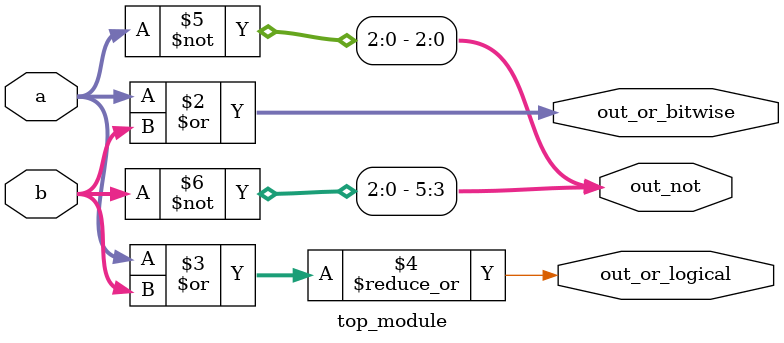
<source format=sv>
module top_module(
    input [2:0] a,
    input [2:0] b,
    output reg [2:0] out_or_bitwise,
    output reg out_or_logical,
    output [5:0] out_not
);

    always @(a, b) begin
        out_or_bitwise = a | b;
        out_or_logical = |(a | b);
        out_not = {~b, ~a};
    end

endmodule

</source>
